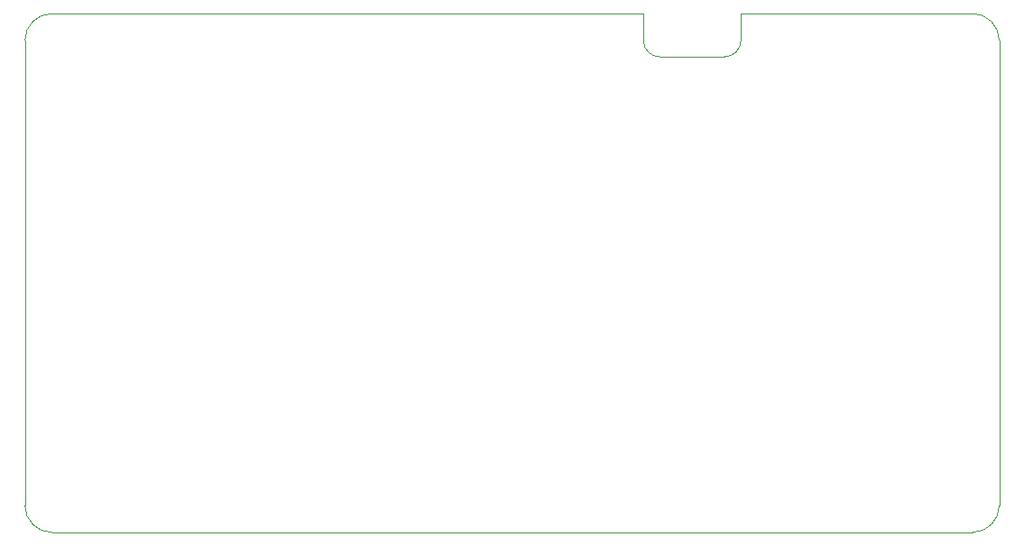
<source format=gm1>
G04 #@! TF.GenerationSoftware,KiCad,Pcbnew,(6.0.9)*
G04 #@! TF.CreationDate,2024-01-21T16:38:53-05:00*
G04 #@! TF.ProjectId,v1-USMX,76312d55-534d-4582-9e6b-696361645f70,rev?*
G04 #@! TF.SameCoordinates,Original*
G04 #@! TF.FileFunction,Profile,NP*
%FSLAX46Y46*%
G04 Gerber Fmt 4.6, Leading zero omitted, Abs format (unit mm)*
G04 Created by KiCad (PCBNEW (6.0.9)) date 2024-01-21 16:38:53*
%MOMM*%
%LPD*%
G01*
G04 APERTURE LIST*
G04 #@! TA.AperFunction,Profile*
%ADD10C,0.100000*%
G04 #@! TD*
G04 APERTURE END LIST*
D10*
X156591000Y-82804000D02*
X156591000Y-80264000D01*
X164211000Y-84328000D02*
X158115000Y-84328000D01*
X189992000Y-82804000D02*
X189992000Y-126492000D01*
X156591000Y-80264000D02*
X101091999Y-80264000D01*
X101091999Y-80263999D02*
G75*
G03*
X98551999Y-82804000I1J-2540001D01*
G01*
X189992000Y-82804000D02*
G75*
G03*
X187452000Y-80264000I-2540000J0D01*
G01*
X98552000Y-126492000D02*
G75*
G03*
X101091999Y-129032000I2540000J0D01*
G01*
X187452000Y-129032000D02*
G75*
G03*
X189992000Y-126492000I0J2540000D01*
G01*
X156591000Y-82804000D02*
G75*
G03*
X158115000Y-84328000I1524000J0D01*
G01*
X101091999Y-129032000D02*
X187452000Y-129031999D01*
X165735000Y-82804000D02*
X165735000Y-80264000D01*
X98551999Y-82804000D02*
X98552000Y-126492000D01*
X164211000Y-84328000D02*
G75*
G03*
X165735000Y-82804000I0J1524000D01*
G01*
X187452000Y-80264000D02*
X165735000Y-80264000D01*
M02*

</source>
